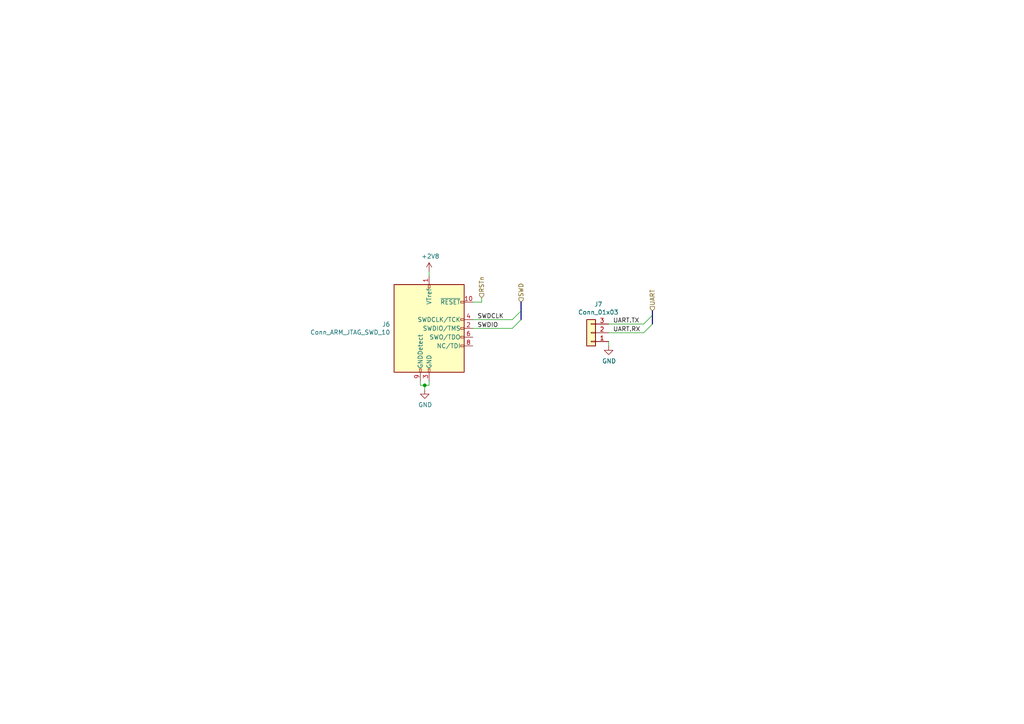
<source format=kicad_sch>
(kicad_sch (version 20211123) (generator eeschema)
  (paper "A4")
  (lib_symbols
    (symbol "Connector:Conn_ARM_JTAG_SWD_10" (pin_names (offset 1.016))
      (property "Reference" "J" (at -2.54 16.51 0))
      (property "Value" "Conn_ARM_JTAG_SWD_10" (at -2.54 13.97 0))
      (symbol "Conn_ARM_JTAG_SWD_10_0_1"
        (rectangle (start -10.16 12.7) (end 10.16 -12.7) (stroke (width 0.254)) (fill (type background)))
        (rectangle (start -2.794 -12.7) (end -2.286 -11.684))
        (rectangle (start -0.254 -12.7) (end 0.254 -11.684))
        (rectangle (start -0.254 12.7) (end 0.254 11.684))
        (rectangle (start 9.144 2.286) (end 10.16 2.794))
        (rectangle (start 10.16 -2.794) (end 9.144 -2.286))
        (rectangle (start 10.16 -0.254) (end 9.144 0.254))
        (rectangle (start 10.16 7.874) (end 9.144 7.366))
      )
      (symbol "Conn_ARM_JTAG_SWD_10_1_1"
        (rectangle (start 9.144 -5.334) (end 10.16 -4.826))
        (pin power_in line (at 0 15.24 270) (length 2.54) (name "VTref") (number "1"))
        (pin open_collector line (at 12.7 7.62 180) (length 2.54) (name "~{RESET}") (number "10"))
        (pin bidirectional line (at 12.7 0 180) (length 2.54) (name "SWDIO/TMS") (number "2"))
        (pin power_in line (at 0 -15.24 90) (length 2.54) (name "GND") (number "3"))
        (pin output line (at 12.7 2.54 180) (length 2.54) (name "SWDCLK/TCK") (number "4"))
        (pin passive line (at 0 -15.24 90) (length 2.54) hide (name "GND") (number "5"))
        (pin input line (at 12.7 -2.54 180) (length 2.54) (name "SWO/TDO") (number "6"))
        (pin no_connect line (at -10.16 0 0) (length 2.54) hide (name "KEY") (number "7"))
        (pin output line (at 12.7 -5.08 180) (length 2.54) (name "NC/TDI") (number "8"))
        (pin passive line (at -2.54 -15.24 90) (length 2.54) (name "GNDDetect") (number "9"))
      )
    )
    (symbol "Connector_Generic:Conn_01x03" (pin_names (offset 1.016) hide)
      (property "Reference" "J" (at 0 5.08 0))
      (property "Value" "Conn_01x03" (at 0 -5.08 0))
      (symbol "Conn_01x03_1_1"
        (rectangle (start -1.27 -2.413) (end 0 -2.667) (stroke (width 0.1524)))
        (rectangle (start -1.27 0.127) (end 0 -0.127) (stroke (width 0.1524)))
        (rectangle (start -1.27 2.667) (end 0 2.413) (stroke (width 0.1524)))
        (rectangle (start -1.27 3.81) (end 1.27 -3.81) (stroke (width 0.254)) (fill (type background)))
        (pin passive line (at -5.08 2.54 0) (length 3.81) (name "Pin_1") (number "1"))
        (pin passive line (at -5.08 0 0) (length 3.81) (name "Pin_2") (number "2"))
        (pin passive line (at -5.08 -2.54 0) (length 3.81) (name "Pin_3") (number "3"))
      )
    )
    (symbol "power:+2V8" (power) (pin_names (offset 0))
      (property "Value" "+2V8" (at 0 3.556 0))
      (symbol "+2V8_0_1"
        (polyline (pts (xy -0.762 1.27) (xy 0 2.54)))
        (polyline (pts (xy 0 0) (xy 0 2.54)))
        (polyline (pts (xy 0 2.54) (xy 0.762 1.27)))
      )
      (symbol "+2V8_1_1"
        (pin power_in line (at 0 0 90) (length 0) hide (name "+2V8") (number "1"))
      )
    )
    (symbol "power:GND" (power) (pin_names (offset 0))
      (property "Value" "GND" (at 0 -3.81 0))
      (symbol "GND_0_1"
        (polyline (pts (xy 0 0) (xy 0 -1.27) (xy 1.27 -1.27) (xy 0 -2.54) (xy -1.27 -1.27) (xy 0 -1.27)))
      )
      (symbol "GND_1_1"
        (pin power_in line (at 0 0 270) (length 0) hide (name "GND") (number "1"))
      )
    )
  )
  (junction (at 123.19 111.76))
  (bus_entry (at 186.69 96.52) (size 2.54 -2.54))
  (bus_entry (at 186.69 93.98) (size 2.54 -2.54))
  (bus_entry (at 148.59 92.71) (size 2.54 -2.54))
  (bus_entry (at 148.59 95.25) (size 2.54 -2.54))
  (bus (pts (xy 151.13 87.63) (xy 151.13 90.17)))
  (bus (pts (xy 151.13 90.17) (xy 151.13 92.71)))
  (wire (pts (xy 124.46 111.76) (xy 123.19 111.76)))
  (wire (pts (xy 137.16 87.63) (xy 139.7 87.63)))
  (wire (pts (xy 176.53 93.98) (xy 186.69 93.98)))
  (wire (pts (xy 124.46 78.74) (xy 124.46 80.01)))
  (wire (pts (xy 124.46 110.49) (xy 124.46 111.76)))
  (wire (pts (xy 121.92 111.76) (xy 121.92 110.49)))
  (wire (pts (xy 137.16 92.71) (xy 148.59 92.71)))
  (bus (pts (xy 189.23 90.17) (xy 189.23 91.44)))
  (wire (pts (xy 123.19 111.76) (xy 123.19 113.03)))
  (wire (pts (xy 176.53 99.06) (xy 176.53 100.33)))
  (wire (pts (xy 139.7 87.63) (xy 139.7 86.36)))
  (wire (pts (xy 137.16 95.25) (xy 148.59 95.25)))
  (wire (pts (xy 176.53 96.52) (xy 186.69 96.52)))
  (wire (pts (xy 123.19 111.76) (xy 121.92 111.76)))
  (bus (pts (xy 189.23 91.44) (xy 189.23 93.98)))
  (label "UART.RX" (at 177.8 96.52 0))
  (label "UART.TX" (at 177.8 93.98 0))
  (label "SWDCLK" (at 138.43 92.71 0))
  (label "SWDIO" (at 138.43 95.25 0))
  (hierarchical_label "SWD" (shape input) (at 151.13 87.63 90))
  (hierarchical_label "UART" (shape input) (at 189.23 90.17 90))
  (hierarchical_label "RSTn" (shape input) (at 139.7 86.36 90))
  (symbol (lib_id "Connector:Conn_ARM_JTAG_SWD_10") (at 124.46 95.25 0) (unit 1)
    (property "Reference" "J6" (at 113.2078 94.0816 0) (effects (justify right)))
    (property "Value" "Conn_ARM_JTAG_SWD_10" (at 113.2078 96.393 0) (effects (justify right)))
    (property "Footprint" "Connector_PinHeader_1.27mm:PinHeader_2x05_P1.27mm_Vertical_SMD" (effects hide))
    (property "Datasheet" "http://infocenter.arm.com/help/topic/com.arm.doc.ddi0314h/DDI0314H_coresight_components_trm.pdf" (effects hide))
  )
  (symbol (lib_id "power:+2V8") (at 124.46 78.74 0) (unit 1)
    (property "Reference" "#PWR0103" (effects hide))
    (property "Value" "+2V8" (at 124.841 74.3458 0))
  )
  (symbol (lib_id "power:GND") (at 123.19 113.03 0) (unit 1)
    (property "Reference" "#PWR0102" (effects hide))
    (property "Value" "GND" (at 123.317 117.4242 0))
  )
  (symbol (lib_id "Connector_Generic:Conn_01x03") (at 171.45 96.52 180) (unit 1)
    (property "Reference" "J7" (at 173.5328 88.265 0))
    (property "Value" "Conn_01x03" (at 173.5328 90.5764 0))
    (property "Footprint" "Connector_PinHeader_2.54mm:PinHeader_1x03_P2.54mm_Vertical" (effects hide))
  )
  (symbol (lib_id "power:GND") (at 176.53 100.33 0) (unit 1)
    (property "Reference" "#PWR0101" (effects hide))
    (property "Value" "GND" (at 176.657 104.7242 0))
  )
)
</source>
